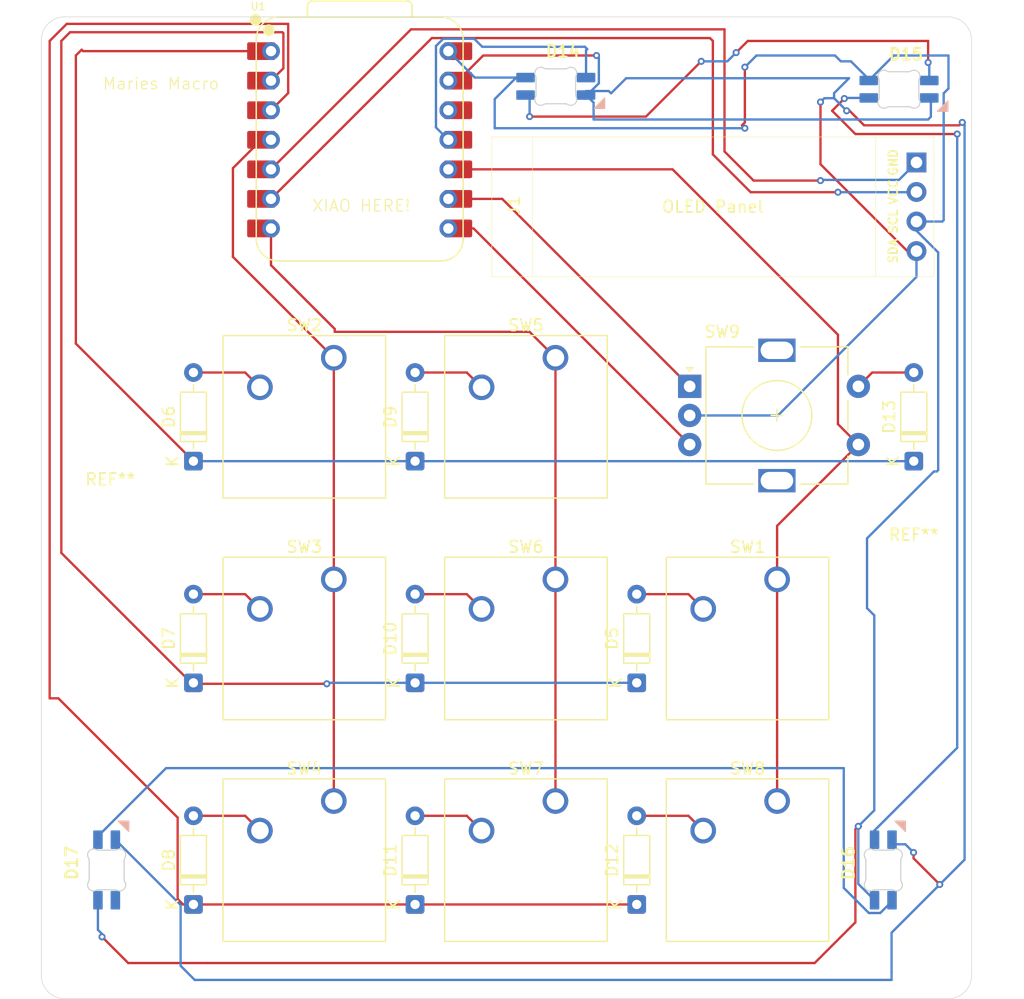
<source format=kicad_pcb>
(kicad_pcb (version 20241229) (generator "pcbnew") (generator_version "9.0")
  (layers (0 "F.Cu" signal) (2 "B.Cu" signal) (13 "F.Paste" user) (15 "B.Paste" user) (5 "F.SilkS" user "F.Silkscreen") (7 "B.SilkS" user "B.Silkscreen") (1 "F.Mask" user) (3 "B.Mask" user) (25 "Edge.Cuts" user))
  (net 0 "")
  (net 1 "+5V")
  (net 2 "LED")
  (net 3 "GND")
  (net 4 "ROW1")
  (net 5 "Net-(D5-A)")
  (net 6 "Net-(D6-A)")
  (net 7 "ROW0")
  (net 8 "Net-(D7-A)")
  (net 9 "ROW2")
  (net 10 "Net-(D8-A)")
  (net 11 "Net-(D9-A)")
  (net 12 "Net-(D10-A)")
  (net 13 "Net-(D11-A)")
  (net 14 "Net-(D12-A)")
  (net 15 "EC11S2")
  (net 16 "SCL")
  (net 17 "SDA")
  (net 18 "COL2")
  (net 19 "COL0")
  (net 20 "COL1")
  (net 21 "EC11A")
  (net 22 "EC11B")
  (net 24 "Net-(D14-DOUT)")
  (net 25 "Net-(D15-DOUT)")
  (net 26 "Net-(D16-DOUT)")
  (footprint "MountingHole:MountingHole_3.2mm_M3" (layer "F.Cu") (at 80.9625 78.58125)
    (property "Reference" "REF**" (at 0 -4.15 0) (layer "F.SilkS"))
    (property "Value" "MountingHole_3.2mm_M3")
    (pad "" np_thru_hole circle (at 0 0) (size 3.2 3.2) (drill 3.2) (layers "*.Cu" "*.Mask"))
  )
  (footprint "Diode_THT:D_DO-35_SOD27_P7.62mm_Horizontal" (layer "F.Cu") (at 150.01875 72.86625 90)
    (property "Reference" "D13" (at 3.81 -2.12 90) (layer "F.SilkS"))
    (property "Value" "D_Small")
    (fp_text user "K" (at 0 -1.8 90) (layer "F.SilkS"))
    (pad "1" thru_hole roundrect (at 0 0 90) (size 1.6 1.6) (drill 0.8) (layers "*.Cu" "*.Mask") (roundrect_rratio 0.15625) (net 7 "ROW0"))
    (pad "2" thru_hole circle (at 7.62 0 90) (size 1.6 1.6) (drill 0.8) (layers "*.Cu" "*.Mask") (net 15 "EC11S2"))
  )
  (footprint "Rotary_Encoder:RotaryEncoder_Alps_EC11E-Switch_Vertical_H20mm" (layer "F.Cu") (at 130.75625 66.4375)
    (property "Reference" "SW9" (at 2.8 -4.7 0) (layer "F.SilkS"))
    (property "Value" "RotaryEncoder_Switch")
    (pad "A" thru_hole rect (at 0 0) (size 2 2) (drill 1) (layers "*.Cu" "*.Mask") (net 21 "EC11A"))
    (pad "B" thru_hole circle (at 0 5) (size 2 2) (drill 1) (layers "*.Cu" "*.Mask") (net 22 "EC11B"))
    (pad "C" thru_hole circle (at 0 2.5) (size 2 2) (drill 1) (layers "*.Cu" "*.Mask") (net 3 "GND"))
    (pad "MP" thru_hole rect (at 7.5 -3.1) (size 3.2 2) (drill oval 2.8 1.5) (layers "*.Cu" "*.Mask"))
    (pad "MP" thru_hole rect (at 7.5 8.1) (size 3.2 2) (drill oval 2.8 1.5) (layers "*.Cu" "*.Mask"))
    (pad "S1" thru_hole circle (at 14.5 5) (size 2 2) (drill 1) (layers "*.Cu" "*.Mask") (net 18 "COL2"))
    (pad "S2" thru_hole circle (at 14.5 0) (size 2 2) (drill 1) (layers "*.Cu" "*.Mask") (net 15 "EC11S2"))
  )
  (footprint "Seeed Studio XIAO Series Library:XIAO-RP2040-DIP" (layer "F.Cu") (at 102.39375 45.24375)
    (property "Reference" "U1" (at -8.731 -11.4595 0) (layer "F.SilkS") (effects (font (size 0.635 0.635) (thickness 0.1016))))
    (property "Value" "XIAO-RP2040-DIP")
    (pad "1" smd roundrect (at -8.455 -7.62 180) (size 2.432 1.524) (layers "F.Cu" "F.Mask") (roundrect_rratio 0.1) (net 7 "ROW0"))
    (pad "1" thru_hole circle (at -7.62 -7.62 180) (size 1.524 1.524) (drill 0.889) (layers "*.Cu" "*.Mask") (net 7 "ROW0"))
    (pad "2" smd roundrect (at -8.455 -5.08 180) (size 2.432 1.524) (layers "F.Cu" "F.Mask") (roundrect_rratio 0.1) (net 4 "ROW1"))
    (pad "2" thru_hole circle (at -7.62 -5.08 180) (size 1.524 1.524) (drill 0.889) (layers "*.Cu" "*.Mask") (net 4 "ROW1"))
    (pad "3" smd roundrect (at -8.455 -2.54 180) (size 2.432 1.524) (layers "F.Cu" "F.Mask") (roundrect_rratio 0.1) (net 9 "ROW2"))
    (pad "3" thru_hole circle (at -7.62 -2.54 180) (size 1.524 1.524) (drill 0.889) (layers "*.Cu" "*.Mask") (net 9 "ROW2"))
    (pad "4" smd roundrect (at -8.455 0 180) (size 2.432 1.524) (layers "F.Cu" "F.Mask") (roundrect_rratio 0.1) (net 19 "COL0"))
    (pad "4" thru_hole circle (at -7.62 0 180) (size 1.524 1.524) (drill 0.889) (layers "*.Cu" "*.Mask") (net 19 "COL0"))
    (pad "5" smd roundrect (at -8.455 2.54 180) (size 2.432 1.524) (layers "F.Cu" "F.Mask") (roundrect_rratio 0.1) (net 17 "SDA"))
    (pad "5" thru_hole circle (at -7.62 2.54 180) (size 1.524 1.524) (drill 0.889) (layers "*.Cu" "*.Mask") (net 17 "SDA"))
    (pad "6" smd roundrect (at -8.455 5.08 180) (size 2.432 1.524) (layers "F.Cu" "F.Mask") (roundrect_rratio 0.1) (net 16 "SCL"))
    (pad "6" thru_hole circle (at -7.62 5.08 180) (size 1.524 1.524) (drill 0.889) (layers "*.Cu" "*.Mask") (net 16 "SCL"))
    (pad "7" smd roundrect (at -8.455 7.62 180) (size 2.432 1.524) (layers "F.Cu" "F.Mask") (roundrect_rratio 0.1) (net 20 "COL1"))
    (pad "7" thru_hole circle (at -7.62 7.62 180) (size 1.524 1.524) (drill 0.889) (layers "*.Cu" "*.Mask") (net 20 "COL1"))
    (pad "8" thru_hole circle (at 7.62 7.62) (size 1.524 1.524) (drill 0.889) (layers "*.Cu" "*.Mask") (net 22 "EC11B"))
    (pad "8" smd roundrect (at 8.455 7.62) (size 2.432 1.524) (layers "F.Cu" "F.Mask") (roundrect_rratio 0.1) (net 22 "EC11B"))
    (pad "9" thru_hole circle (at 7.62 5.08) (size 1.524 1.524) (drill 0.889) (layers "*.Cu" "*.Mask") (net 21 "EC11A"))
    (pad "9" smd roundrect (at 8.455 5.08) (size 2.432 1.524) (layers "F.Cu" "F.Mask") (roundrect_rratio 0.1) (net 21 "EC11A"))
    (pad "10" thru_hole circle (at 7.62 2.54) (size 1.524 1.524) (drill 0.889) (layers "*.Cu" "*.Mask") (net 18 "COL2"))
    (pad "10" smd roundrect (at 8.455 2.54) (size 2.432 1.524) (layers "F.Cu" "F.Mask") (roundrect_rratio 0.1) (net 18 "COL2"))
    (pad "11" thru_hole circle (at 7.62 0) (size 1.524 1.524) (drill 0.889) (layers "*.Cu" "*.Mask") (net 2 "LED"))
    (pad "11" smd roundrect (at 8.455 0) (size 2.432 1.524) (layers "F.Cu" "F.Mask") (roundrect_rratio 0.1) (net 2 "LED"))
    (pad "12" thru_hole circle (at 7.62 -2.54) (size 1.524 1.524) (drill 0.889) (layers "*.Cu" "*.Mask"))
    (pad "12" smd roundrect (at 8.455 -2.54) (size 2.432 1.524) (layers "F.Cu" "F.Mask") (roundrect_rratio 0.1))
    (pad "13" thru_hole circle (at 7.62 -5.08) (size 1.524 1.524) (drill 0.889) (layers "*.Cu" "*.Mask") (net 3 "GND"))
    (pad "13" smd roundrect (at 8.455 -5.08) (size 2.432 1.524) (layers "F.Cu" "F.Mask") (roundrect_rratio 0.1) (net 3 "GND"))
    (pad "14" thru_hole circle (at 7.62 -7.62) (size 1.524 1.524) (drill 0.889) (layers "*.Cu" "*.Mask") (net 1 "+5V"))
    (pad "14" smd roundrect (at 8.455 -7.62) (size 2.432 1.524) (layers "F.Cu" "F.Mask") (roundrect_rratio 0.1) (net 1 "+5V"))
  )
  (footprint "Button_Switch_Keyboard:SW_Cherry_MX_1.00u_PCB" (layer "F.Cu") (at 119.22125 102.07625)
    (property "Reference" "SW7" (at -2.54 -2.794 0) (layer "F.SilkS"))
    (property "Value" "SW_Push")
    (pad "" np_thru_hole circle (at -7.62 5.08) (size 1.7 1.7) (drill 1.7) (layers "*.Cu" "*.Mask"))
    (pad "" np_thru_hole circle (at -2.54 5.08) (size 4 4) (drill 4) (layers "*.Cu" "*.Mask"))
    (pad "" np_thru_hole circle (at 2.54 5.08) (size 1.7 1.7) (drill 1.7) (layers "*.Cu" "*.Mask"))
    (pad "1" thru_hole circle (at 0 0) (size 2.2 2.2) (drill 1.5) (layers "*.Cu" "*.Mask") (net 20 "COL1"))
    (pad "2" thru_hole circle (at -6.35 2.54) (size 2.2 2.2) (drill 1.5) (layers "*.Cu" "*.Mask") (net 13 "Net-(D11-A)"))
  )
  (footprint "Hackpad:SK6812MINI-E_fixed" (layer "F.Cu") (at 80.75 108 90)
    (property "Reference" "D17" (at 0.6 -3.1 90) (layer "F.SilkS") (effects (font (thickness 0.2) (bold yes))))
    (property "Value" "SK6812MINI-E")
    (fp_line (start -0.794451 -1.602841) (end 0.794454 -1.602841) (stroke (width 0.1)) (layer "Edge.Cuts"))
    (fp_line (start 1.7 -0.805684) (end 1.7 0.6) (stroke (width 0.1)) (layer "Edge.Cuts"))
    (fp_line (start -1.699998 0.6) (end -1.699998 -0.805684) (stroke (width 0.1)) (layer "Edge.Cuts"))
    (fp_line (start 0.794453 1.397158) (end -0.794451 1.397158) (stroke (width 0.1)) (layer "Edge.Cuts"))
    (fp_arc (start 1.046712 -1.67114) (mid 0.925124 -1.620218) (end 0.794454 -1.602841) (stroke (width 0.1)) (layer "Edge.Cuts"))
    (fp_arc (start 1.046712 -1.67114) (mid 1.638072 -1.606876) (end 1.749485 -1.022562) (stroke (width 0.1)) (layer "Edge.Cuts"))
    (fp_arc (start -0.794452 -1.602842) (mid -0.925122 -1.620219) (end -1.04671 -1.671141) (stroke (width 0.1)) (layer "Edge.Cuts"))
    (fp_arc (start -1.749483 -1.022562) (mid -1.63807 -1.606877) (end -1.04671 -1.671141) (stroke (width 0.1)) (layer "Edge.Cuts"))
    (fp_arc (start -1.749483 -1.022562) (mid -1.712526 -0.91691) (end -1.699998 -0.805684) (stroke (width 0.1)) (layer "Edge.Cuts"))
    (fp_arc (start 1.7 -0.805685) (mid 1.712528 -0.91691) (end 1.749485 -1.022562) (stroke (width 0.1)) (layer "Edge.Cuts"))
    (fp_arc (start -1.699998 0.600001) (mid -1.712526 0.711226) (end -1.749483 0.816878) (stroke (width 0.1)) (layer "Edge.Cuts"))
    (fp_arc (start 1.749485 0.816877) (mid 1.638073 1.401193) (end 1.046712 1.465457) (stroke (width 0.1)) (layer "Edge.Cuts"))
    (fp_arc (start 1.749485 0.816878) (mid 1.712528 0.711226) (end 1.7 0.6) (stroke (width 0.1)) (layer "Edge.Cuts"))
    (fp_arc (start 0.794453 1.397158) (mid 0.925124 1.414535) (end 1.046712 1.465457) (stroke (width 0.1)) (layer "Edge.Cuts"))
    (fp_arc (start -1.04671 1.465455) (mid -1.638069 1.401192) (end -1.749483 0.816878) (stroke (width 0.1)) (layer "Edge.Cuts"))
    (fp_arc (start -1.046709 1.465457) (mid -0.925121 1.414535) (end -0.794451 1.397158) (stroke (width 0.1)) (layer "Edge.Cuts"))
    (pad "1" smd roundrect (at -2.599999 -0.852842) (size 0.82 1.6) (layers "B.Cu" "B.Mask" "B.Paste") (roundrect_rratio 0.1) (net 1 "+5V"))
    (pad "2" smd roundrect (at -2.599999 0.647158) (size 0.82 1.6) (layers "B.Cu" "B.Mask" "B.Paste") (roundrect_rratio 0.1))
    (pad "3" smd roundrect (at 2.600001 0.647158) (size 0.82 1.6) (layers "B.Cu" "B.Mask" "B.Paste") (roundrect_rratio 0.1) (net 3 "GND"))
    (pad "4" smd roundrect (at 2.600001 -0.852842) (size 0.82 1.6) (layers "B.Cu" "B.Mask" "B.Paste") (roundrect_rratio 0.1) (net 26 "Net-(D16-DOUT)"))
  )
  (footprint "Hackpad:SK6812MINI-E_fixed" (layer "F.Cu") (at 119.25 40.75)
    (property "Reference" "D14" (at 0.6 -3.1 0) (layer "F.SilkS") (effects (font (thickness 0.2) (bold yes))))
    (property "Value" "SK6812MINI-E")
    (fp_line (start -1.699998 0.6) (end -1.699998 -0.805684) (stroke (width 0.1)) (layer "Edge.Cuts"))
    (fp_line (start -0.794451 -1.602841) (end 0.794454 -1.602841) (stroke (width 0.1)) (layer "Edge.Cuts"))
    (fp_line (start 0.794453 1.397158) (end -0.794451 1.397158) (stroke (width 0.1)) (layer "Edge.Cuts"))
    (fp_line (start 1.7 -0.805684) (end 1.7 0.6) (stroke (width 0.1)) (layer "Edge.Cuts"))
    (fp_arc (start -1.749483 -1.022562) (mid -1.712526 -0.91691) (end -1.699998 -0.805684) (stroke (width 0.1)) (layer "Edge.Cuts"))
    (fp_arc (start -1.749483 -1.022562) (mid -1.63807 -1.606877) (end -1.04671 -1.671141) (stroke (width 0.1)) (layer "Edge.Cuts"))
    (fp_arc (start -1.699998 0.600001) (mid -1.712526 0.711226) (end -1.749483 0.816878) (stroke (width 0.1)) (layer "Edge.Cuts"))
    (fp_arc (start -1.04671 1.465455) (mid -1.638069 1.401192) (end -1.749483 0.816878) (stroke (width 0.1)) (layer "Edge.Cuts"))
    (fp_arc (start -1.046709 1.465457) (mid -0.925121 1.414535) (end -0.794451 1.397158) (stroke (width 0.1)) (layer "Edge.Cuts"))
    (fp_arc (start -0.794452 -1.602842) (mid -0.925122 -1.620219) (end -1.04671 -1.671141) (stroke (width 0.1)) (layer "Edge.Cuts"))
    (fp_arc (start 0.794453 1.397158) (mid 0.925124 1.414535) (end 1.046712 1.465457) (stroke (width 0.1)) (layer "Edge.Cuts"))
    (fp_arc (start 1.046712 -1.67114) (mid 0.925124 -1.620218) (end 0.794454 -1.602841) (stroke (width 0.1)) (layer "Edge.Cuts"))
    (fp_arc (start 1.046712 -1.67114) (mid 1.638072 -1.606876) (end 1.749485 -1.022562) (stroke (width 0.1)) (layer "Edge.Cuts"))
    (fp_arc (start 1.7 -0.805685) (mid 1.712528 -0.91691) (end 1.749485 -1.022562) (stroke (width 0.1)) (layer "Edge.Cuts"))
    (fp_arc (start 1.749485 0.816877) (mid 1.638073 1.401193) (end 1.046712 1.465457) (stroke (width 0.1)) (layer "Edge.Cuts"))
    (fp_arc (start 1.749485 0.816878) (mid 1.712528 0.711226) (end 1.7 0.6) (stroke (width 0.1)) (layer "Edge.Cuts"))
    (pad "1" smd roundrect (at -2.599999 -0.852842 270) (size 0.82 1.6) (layers "B.Cu" "B.Mask" "B.Paste") (roundrect_rratio 0.1) (net 1 "+5V"))
    (pad "2" smd roundrect (at -2.599999 0.647158 270) (size 0.82 1.6) (layers "B.Cu" "B.Mask" "B.Paste") (roundrect_rratio 0.1) (net 24 "Net-(D14-DOUT)"))
    (pad "3" smd roundrect (at 2.600001 0.647158 270) (size 0.82 1.6) (layers "B.Cu" "B.Mask" "B.Paste") (roundrect_rratio 0.1) (net 3 "GND"))
    (pad "4" smd roundrect (at 2.600001 -0.852842 270) (size 0.82 1.6) (layers "B.Cu" "B.Mask" "B.Paste") (roundrect_rratio 0.1) (net 2 "LED"))
  )
  (footprint "Diode_THT:D_DO-35_SOD27_P7.62mm_Horizontal" (layer "F.Cu") (at 88.10625 91.91625 90)
    (property "Reference" "D7" (at 3.81 -2.12 90) (layer "F.SilkS"))
    (property "Value" "D_Small")
    (fp_text user "K" (at 0 -1.8 90) (layer "F.SilkS"))
    (pad "1" thru_hole roundrect (at 0 0 90) (size 1.6 1.6) (drill 0.8) (layers "*.Cu" "*.Mask") (roundrect_rratio 0.15625) (net 4 "ROW1"))
    (pad "2" thru_hole circle (at 7.62 0 90) (size 1.6 1.6) (drill 0.8) (layers "*.Cu" "*.Mask") (net 8 "Net-(D7-A)"))
  )
  (footprint "oled:SSD1306-0.91-OLED-4pin-128x32" (layer "F.Cu") (at 113.75 45)
    (property "Reference" "J1" (at 1.9 5.91 90) (layer "F.SilkS"))
    (property "Value" "OLED")
    (fp_text user "SCL" (at 34.5 7.27 270) (layer "F.SilkS") (effects (font (size 0.75 0.75))))
    (fp_text user "OLED Panel" (at 19 6 0) (layer "F.SilkS"))
    (fp_text user "GND" (at 34.5 2.19 270) (layer "F.SilkS") (effects (font (size 0.75 0.75))))
    (fp_text user "VCC" (at 34.5 4.73 270) (layer "F.SilkS") (effects (font (size 0.75 0.75))))
    (fp_text user "SDA" (at 34.5 9.81 270) (layer "F.SilkS") (effects (font (size 0.75 0.75))))
    (pad "1" thru_hole rect (at 36.5 2.19) (size 1.7 1.7) (drill 1) (layers "*.Cu" "*.Mask") (net 17 "SDA"))
    (pad "2" thru_hole oval (at 36.5 4.73) (size 1.7 1.7) (drill 1) (layers "*.Cu" "*.Mask") (net 16 "SCL"))
    (pad "3" thru_hole oval (at 36.5 7.27) (size 1.7 1.7) (drill 1) (layers "*.Cu" "*.Mask") (net 1 "+5V"))
    (pad "4" thru_hole oval (at 36.5 9.81) (size 1.7 1.7) (drill 1) (layers "*.Cu" "*.Mask") (net 3 "GND"))
  )
  (footprint "Button_Switch_Keyboard:SW_Cherry_MX_1.00u_PCB" (layer "F.Cu") (at 100.17125 83.02625)
    (property "Reference" "SW3" (at -2.54 -2.794 0) (layer "F.SilkS"))
    (property "Value" "SW_Push")
    (pad "" np_thru_hole circle (at -7.62 5.08) (size 1.7 1.7) (drill 1.7) (layers "*.Cu" "*.Mask"))
    (pad "" np_thru_hole circle (at -2.54 5.08) (size 4 4) (drill 4) (layers "*.Cu" "*.Mask"))
    (pad "" np_thru_hole circle (at 2.54 5.08) (size 1.7 1.7) (drill 1.7) (layers "*.Cu" "*.Mask"))
    (pad "1" thru_hole circle (at 0 0) (size 2.2 2.2) (drill 1.5) (layers "*.Cu" "*.Mask") (net 19 "COL0"))
    (pad "2" thru_hole circle (at -6.35 2.54) (size 2.2 2.2) (drill 1.5) (layers "*.Cu" "*.Mask") (net 8 "Net-(D7-A)"))
  )
  (footprint "Button_Switch_Keyboard:SW_Cherry_MX_1.00u_PCB" (layer "F.Cu") (at 100.17125 63.97625)
    (property "Reference" "SW2" (at -2.54 -2.794 0) (layer "F.SilkS"))
    (property "Value" "SW_Push")
    (pad "" np_thru_hole circle (at -7.62 5.08) (size 1.7 1.7) (drill 1.7) (layers "*.Cu" "*.Mask"))
    (pad "" np_thru_hole circle (at -2.54 5.08) (size 4 4) (drill 4) (layers "*.Cu" "*.Mask"))
    (pad "" np_thru_hole circle (at 2.54 5.08) (size 1.7 1.7) (drill 1.7) (layers "*.Cu" "*.Mask"))
    (pad "1" thru_hole circle (at 0 0) (size 2.2 2.2) (drill 1.5) (layers "*.Cu" "*.Mask") (net 19 "COL0"))
    (pad "2" thru_hole circle (at -6.35 2.54) (size 2.2 2.2) (drill 1.5) (layers "*.Cu" "*.Mask") (net 6 "Net-(D6-A)"))
  )
  (footprint "Button_Switch_Keyboard:SW_Cherry_MX_1.00u_PCB" (layer "F.Cu") (at 138.27125 102.07625)
    (property "Reference" "SW8" (at -2.54 -2.794 0) (layer "F.SilkS"))
    (property "Value" "SW_Push")
    (pad "" np_thru_hole circle (at -7.62 5.08) (size 1.7 1.7) (drill 1.7) (layers "*.Cu" "*.Mask"))
    (pad "" np_thru_hole circle (at -2.54 5.08) (size 4 4) (drill 4) (layers "*.Cu" "*.Mask"))
    (pad "" np_thru_hole circle (at 2.54 5.08) (size 1.7 1.7) (drill 1.7) (layers "*.Cu" "*.Mask"))
    (pad "1" thru_hole circle (at 0 0) (size 2.2 2.2) (drill 1.5) (layers "*.Cu" "*.Mask") (net 18 "COL2"))
    (pad "2" thru_hole circle (at -6.35 2.54) (size 2.2 2.2) (drill 1.5) (layers "*.Cu" "*.Mask") (net 14 "Net-(D12-A)"))
  )
  (footprint "Diode_THT:D_DO-35_SOD27_P7.62mm_Horizontal" (layer "F.Cu") (at 107.15625 72.86625 90)
    (property "Reference" "D9" (at 3.81 -2.12 90) (layer "F.SilkS"))
    (property "Value" "D_Small")
    (fp_text user "K" (at 0 -1.8 90) (layer "F.SilkS"))
    (pad "1" thru_hole roundrect (at 0 0 90) (size 1.6 1.6) (drill 0.8) (layers "*.Cu" "*.Mask") (roundrect_rratio 0.15625) (net 7 "ROW0"))
    (pad "2" thru_hole circle (at 7.62 0 90) (size 1.6 1.6) (drill 0.8) (layers "*.Cu" "*.Mask") (net 11 "Net-(D9-A)"))
  )
  (footprint "Diode_THT:D_DO-35_SOD27_P7.62mm_Horizontal" (layer "F.Cu") (at 88.10625 110.96625 90)
    (property "Reference" "D8" (at 3.81 -2.12 90) (layer "F.SilkS"))
    (property "Value" "D_Small")
    (fp_text user "K" (at 0 -1.8 90) (layer "F.SilkS"))
    (pad "1" thru_hole roundrect (at 0 0 90) (size 1.6 1.6) (drill 0.8) (layers "*.Cu" "*.Mask") (roundrect_rratio 0.15625) (net 9 "ROW2"))
    (pad "2" thru_hole circle (at 7.62 0 90) (size 1.6 1.6) (drill 0.8) (layers "*.Cu" "*.Mask") (net 10 "Net-(D8-A)"))
  )
  (footprint "Diode_THT:D_DO-35_SOD27_P7.62mm_Horizontal" (layer "F.Cu") (at 107.15625 110.96625 90)
    (property "Reference" "D11" (at 3.81 -2.12 90) (layer "F.SilkS"))
    (property "Value" "D_Small")
    (fp_text user "K" (at 0 -1.8 90) (layer "F.SilkS"))
    (pad "1" thru_hole roundrect (at 0 0 90) (size 1.6 1.6) (drill 0.8) (layers "*.Cu" "*.Mask") (roundrect_rratio 0.15625) (net 9 "ROW2"))
    (pad "2" thru_hole circle (at 7.62 0 90) (size 1.6 1.6) (drill 0.8) (layers "*.Cu" "*.Mask") (net 13 "Net-(D11-A)"))
  )
  (footprint "Diode_THT:D_DO-35_SOD27_P7.62mm_Horizontal" (layer "F.Cu") (at 88.10625 72.86625 90)
    (property "Reference" "D6" (at 3.81 -2.12 90) (layer "F.SilkS"))
    (property "Value" "D_Small")
    (fp_text user "K" (at 0 -1.8 90) (layer "F.SilkS"))
    (pad "1" thru_hole roundrect (at 0 0 90) (size 1.6 1.6) (drill 0.8) (layers "*.Cu" "*.Mask") (roundrect_rratio 0.15625) (net 7 "ROW0"))
    (pad "2" thru_hole circle (at 7.62 0 90) (size 1.6 1.6) (drill 0.8) (layers "*.Cu" "*.Mask") (net 6 "Net-(D6-A)"))
  )
  (footprint "Button_Switch_Keyboard:SW_Cherry_MX_1.00u_PCB" (layer "F.Cu") (at 100.17125 102.07625)
    (property "Reference" "SW4" (at -2.54 -2.794 0) (layer "F.SilkS"))
    (property "Value" "SW_Push")
    (pad "" np_thru_hole circle (at -7.62 5.08) (size 1.7 1.7) (drill 1.7) (layers "*.Cu" "*.Mask"))
    (pad "" np_thru_hole circle (at -2.54 5.08) (size 4 4) (drill 4) (layers "*.Cu" "*.Mask"))
    (pad "" np_thru_hole circle (at 2.54 5.08) (size 1.7 1.7) (drill 1.7) (layers "*.Cu" "*.Mask"))
    (pad "1" thru_hole circle (at 0 0) (size 2.2 2.2) (drill 1.5) (layers "*.Cu" "*.Mask") (net 19 "COL0"))
    (pad "2" thru_hole circle (at -6.35 2.54) (size 2.2 2.2) (drill 1.5) (layers "*.Cu" "*.Mask") (net 10 "Net-(D8-A)"))
  )
  (footprint "Hackpad:SK6812MINI-E_fixed" (layer "F.Cu") (at 147.5 108 90)
    (property "Reference" "D16" (at 0.6 -3.1 90) (layer "F.SilkS") (effects (font (thickness 0.2) (bold yes))))
    (property "Value" "SK6812MINI-E")
    (fp_line (start -0.794451 -1.602841) (end 0.794454 -1.602841) (stroke (width 0.1)) (layer "Edge.Cuts"))
    (fp_line (start 1.7 -0.805684) (end 1.7 0.6) (stroke (width 0.1)) (layer "Edge.Cuts"))
    (fp_line (start -1.699998 0.6) (end -1.699998 -0.805684) (stroke (width 0.1)) (layer "Edge.Cuts"))
    (fp_line (start 0.794453 1.397158) (end -0.794451 1.397158) (stroke (width 0.1)) (layer "Edge.Cuts"))
    (fp_arc (start 1.046712 -1.67114) (mid 0.925124 -1.620218) (end 0.794454 -1.602841) (stroke (width 0.1)) (layer "Edge.Cuts"))
    (fp_arc (start 1.046712 -1.67114) (mid 1.638072 -1.606876) (end 1.749485 -1.022562) (stroke (width 0.1)) (layer "Edge.Cuts"))
    (fp_arc (start -0.794452 -1.602842) (mid -0.925122 -1.620219) (end -1.04671 -1.671141) (stroke (width 0.1)) (layer "Edge.Cuts"))
    (fp_arc (start -1.749483 -1.022562) (mid -1.63807 -1.606877) (end -1.04671 -1.671141) (stroke (width 0.1)) (layer "Edge.Cuts"))
    (fp_arc (start -1.749483 -1.022562) (mid -1.712526 -0.91691) (end -1.699998 -0.805684) (stroke (width 0.1)) (layer "Edge.Cuts"))
    (fp_arc (start 1.7 -0.805685) (mid 1.712528 -0.91691) (end 1.749485 -1.022562) (stroke (width 0.1)) (layer "Edge.Cuts"))
    (fp_arc (start -1.699998 0.600001) (mid -1.712526 0.711226) (end -1.749483 0.816878) (stroke (width 0.1)) (layer "Edge.Cuts"))
    (fp_arc (start 1.749485 0.816877) (mid 1.638073 1.401193) (end 1.046712 1.465457) (stroke (width 0.1)) (layer "Edge.Cuts"))
    (fp_arc (start 1.749485 0.816878) (mid 1.712528 0.711226) (end 1.7 0.6) (stroke (width 0.1)) (layer "Edge.Cuts"))
    (fp_arc (start 0.794453 1.397158) (mid 0.925124 1.414535) (end 1.046712 1.465457) (stroke (width 0.1)) (layer "Edge.Cuts"))
    (fp_arc (start -1.04671 1.465455) (mid -1.638069 1.401192) (end -1.749483 0.816878) (stroke (width 0.1)) (layer "Edge.Cuts"))
    (fp_arc (start -1.046709 1.465457) (mid -0.925121 1.414535) (end -0.794451 1.397158) (stroke (width 0.1)) (layer "Edge.Cuts"))
    (pad "1" smd roundrect (at -2.599999 -0.852842) (size 0.82 1.6) (layers "B.Cu" "B.Mask" "B.Paste") (roundrect_rratio 0.1) (net 1 "+5V"))
    (pad "2" smd roundrect (at -2.599999 0.647158) (size 0.82 1.6) (layers "B.Cu" "B.Mask" "B.Paste") (roundrect_rratio 0.1) (net 26 "Net-(D16-DOUT)"))
    (pad "3" smd roundrect (at 2.600001 0.647158) (size 0.82 1.6) (layers "B.Cu" "B.Mask" "B.Paste") (roundrect_rratio 0.1) (net 3 "GND"))
    (pad "4" smd roundrect (at 2.600001 -0.852842) (size 0.82 1.6) (layers "B.Cu" "B.Mask" "B.Paste") (roundrect_rratio 0.1) (net 25 "Net-(D15-DOUT)"))
  )
  (footprint "MountingHole:MountingHole_3.2mm_M3" (layer "F.Cu") (at 150.01875 83.34375)
    (property "Reference" "REF**" (at 0 -4.15 0) (layer "F.SilkS"))
    (property "Value" "MountingHole_3.2mm_M3")
    (pad "" np_thru_hole circle (at 0 0) (size 3.2 3.2) (drill 3.2) (layers "*.Cu" "*.Mask"))
  )
  (footprint "Button_Switch_Keyboard:SW_Cherry_MX_1.00u_PCB" (layer "F.Cu") (at 119.22125 63.97625)
    (property "Reference" "SW5" (at -2.54 -2.794 0) (layer "F.SilkS"))
    (property "Value" "SW_Push")
    (pad "" np_thru_hole circle (at -7.62 5.08) (size 1.7 1.7) (drill 1.7) (layers "*.Cu" "*.Mask"))
    (pad "" np_thru_hole circle (at -2.54 5.08) (size 4 4) (drill 4) (layers "*.Cu" "*.Mask"))
    (pad "" np_thru_hole circle (at 2.54 5.08) (size 1.7 1.7) (drill 1.7) (layers "*.Cu" "*.Mask"))
    (pad "1" thru_hole circle (at 0 0) (size 2.2 2.2) (drill 1.5) (layers "*.Cu" "*.Mask") (net 20 "COL1"))
    (pad "2" thru_hole circle (at -6.35 2.54) (size 2.2 2.2) (drill 1.5) (layers "*.Cu" "*.Mask") (net 11 "Net-(D9-A)"))
  )
  (footprint "Diode_THT:D_DO-35_SOD27_P7.62mm_Horizontal" (layer "F.Cu") (at 107.15625 91.91625 90)
    (property "Reference" "D10" (at 3.81 -2.12 90) (layer "F.SilkS"))
    (property "Value" "D_Small")
    (fp_text user "K" (at 0 -1.8 90) (layer "F.SilkS"))
    (pad "1" thru_hole roundrect (at 0 0 90) (size 1.6 1.6) (drill 0.8) (layers "*.Cu" "*.Mask") (roundrect_rratio 0.15625) (net 4 "ROW1"))
    (pad "2" thru_hole circle (at 7.62 0 90) (size 1.6 1.6) (drill 0.8) (layers "*.Cu" "*.Mask") (net 12 "Net-(D10-A)"))
  )
  (footprint "Button_Switch_Keyboard:SW_Cherry_MX_1.00u_PCB" (layer "F.Cu") (at 138.27125 83.02625)
    (property "Reference" "SW1" (at -2.54 -2.794 0) (layer "F.SilkS"))
    (property "Value" "SW_Push")
    (pad "" np_thru_hole circle (at -7.62 5.08) (size 1.7 1.7) (drill 1.7) (layers "*.Cu" "*.Mask"))
    (pad "" np_thru_hole circle (at -2.54 5.08) (size 4 4) (drill 4) (layers "*.Cu" "*.Mask"))
    (pad "" np_thru_hole circle (at 2.54 5.08) (size 1.7 1.7) (drill 1.7) (layers "*.Cu" "*.Mask"))
    (pad "1" thru_hole circle (at 0 0) (size 2.2 2.2) (drill 1.5) (layers "*.Cu" "*.Mask") (net 18 "COL2"))
    (pad "2" thru_hole circle (at -6.35 2.54) (size 2.2 2.2) (drill 1.5) (layers "*.Cu" "*.Mask") (net 5 "Net-(D5-A)"))
  )
  (footprint "Diode_THT:D_DO-35_SOD27_P7.62mm_Horizontal" (layer "F.Cu") (at 126.20625 110.96625 90)
    (property "Reference" "D12" (at 3.81 -2.12 90) (layer "F.SilkS"))
    (property "Value" "D_Small")
    (fp_text user "K" (at 0 -1.8 90) (layer "F.SilkS"))
    (pad "1" thru_hole roundrect (at 0 0 90) (size 1.6 1.6) (drill 0.8) (layers "*.Cu" "*.Mask") (roundrect_rratio 0.15625) (net 9 "ROW2"))
    (pad "2" thru_hole circle (at 7.62 0 90) (size 1.6 1.6) (drill 0.8) (layers "*.Cu" "*.Mask") (net 14 "Net-(D12-A)"))
  )
  (footprint "Diode_THT:D_DO-35_SOD27_P7.62mm_Horizontal" (layer "F.Cu") (at 126.20625 91.91625 90)
    (property "Reference" "D5" (at 3.81 -2.12 90) (layer "F.SilkS"))
    (property "Value" "D_Small")
    (fp_text user "K" (at 0 -1.8 90) (layer "F.SilkS"))
    (pad "1" thru_hole roundrect (at 0 0 90) (size 1.6 1.6) (drill 0.8) (layers "*.Cu" "*.Mask") (roundrect_rratio 0.15625) (net 4 "ROW1"))
    (pad "2" thru_hole circle (at 7.62 0 90) (size 1.6 1.6) (drill 0.8) (layers "*.Cu" "*.Mask") (net 5 "Net-(D5-A)"))
  )
  (footprint "Button_Switch_Keyboard:SW_Cherry_MX_1.00u_PCB" (layer "F.Cu") (at 119.22125 83.02625)
    (property "Reference" "SW6" (at -2.54 -2.794 0) (layer "F.SilkS"))
    (property "Value" "SW_Push")
    (pad "" np_thru_hole circle (at -7.62 5.08) (size 1.7 1.7) (drill 1.7) (layers "*.Cu" "*.Mask"))
    (pad "" np_thru_hole circle (at -2.54 5.08) (size 4 4) (drill 4) (layers "*.Cu" "*.Mask"))
    (pad "" np_thru_hole circle (at 2.54 5.08) (size 1.7 1.7) (drill 1.7) (layers "*.Cu" "*.Mask"))
    (pad "1" thru_hole circle (at 0 0) (size 2.2 2.2) (drill 1.5) (layers "*.Cu" "*.Mask") (net 20 "COL1"))
    (pad "2" thru_hole circle (at -6.35 2.54) (size 2.2 2.2) (drill 1.5) (layers "*.Cu" "*.Mask") (net 12 "Net-(D10-A)"))
  )
  (footprint "Hackpad:SK6812MINI-E_fixed" (layer "F.Cu") (at 148.75 41)
    (property "Reference" "D15" (at 0.6 -3.1 0) (layer "F.SilkS") (effects (font (thickness 0.2) (bold yes))))
    (property "Value" "SK6812MINI-E")
    (fp_line (start -1.699998 0.6) (end -1.699998 -0.805684) (stroke (width 0.1)) (layer "Edge.Cuts"))
    (fp_line (start -0.794451 -1.602841) (end 0.794454 -1.602841) (stroke (width 0.1)) (layer "Edge.Cuts"))
    (fp_line (start 0.794453 1.397158) (end -0.794451 1.397158) (stroke (width 0.1)) (layer "Edge.Cuts"))
    (fp_line (start 1.7 -0.805684) (end 1.7 0.6) (stroke (width 0.1)) (layer "Edge.Cuts"))
    (fp_arc (start -1.749483 -1.022562) (mid -1.712526 -0.91691) (end -1.699998 -0.805684) (stroke (width 0.1)) (layer "Edge.Cuts"))
    (fp_arc (start -1.749483 -1.022562) (mid -1.63807 -1.606877) (end -1.04671 -1.671141) (stroke (width 0.1)) (layer "Edge.Cuts"))
    (fp_arc (start -1.699998 0.600001) (mid -1.712526 0.711226) (end -1.749483 0.816878) (stroke (width 0.1)) (layer "Edge.Cuts"))
    (fp_arc (start -1.04671 1.465455) (mid -1.638069 1.401192) (end -1.749483 0.816878) (stroke (width 0.1)) (layer "Edge.Cuts"))
    (fp_arc (start -1.046709 1.465457) (mid -0.925121 1.414535) (end -0.794451 1.397158) (stroke (width 0.1)) (layer "Edge.Cuts"))
    (fp_arc (start -0.794452 -1.602842) (mid -0.925122 -1.620219) (end -1.04671 -1.671141) (stroke (width 0.1)) (layer "Edge.Cuts"))
    (fp_arc (start 0.794453 1.397158) (mid 0.925124 1.414535) (end 1.046712 1.465457) (stroke (width 0.1)) (layer "Edge.Cuts"))
    (fp_arc (start 1.046712 -1.67114) (mid 0.925124 -1.620218) (end 0.794454 -1.602841) (stroke (width 0.1)) (layer "Edge.Cuts"))
    (fp_arc (start 1.046712 -1.67114) (mid 1.638072 -1.606876) (end 1.749485 -1.022562) (stroke (width 0.1)) (layer "Edge.Cuts"))
    (fp_arc (start 1.7 -0.805685) (mid 1.712528 -0.91691) (end 1.749485 -1.022562) (stroke (width 0.1)) (layer "Edge.Cuts"))
    (fp_arc (start 1.749485 0.816877) (mid 1.638073 1.401193) (end 1.046712 1.465457) (stroke (width 0.1)) (layer "Edge.Cuts"))
    (fp_arc (start 1.749485 0.816878) (mid 1.712528 0.711226) (end 1.7 0.6) (stroke (width 0.1)) (layer "Edge.Cuts"))
    (pad "1" smd roundrect (at -2.599999 -0.852842 270) (size 0.82 1.6) (layers "B.Cu" "B.Mask" "B.Paste") (roundrect_rratio 0.1) (net 1 "+5V"))
    (pad "2" smd roundrect (at -2.599999 0.647158 270) (size 0.82 1.6) (layers "B.Cu" "B.Mask" "B.Paste") (roundrect_rratio 0.1) (net 25 "Net-(D15-DOUT)"))
    (pad "3" smd roundrect (at 2.600001 0.647158 270) (size 0.82 1.6) (layers "B.Cu" "B.Mask" "B.Paste") (roundrect_rratio 0.1) (net 3 "GND"))
    (pad "4" smd roundrect (at 2.600001 -0.852842 270) (size 0.82 1.6) (layers "B.Cu" "B.Mask" "B.Paste") (roundrect_rratio 0.1) (net 24 "Net-(D14-DOUT)"))
  )
  (gr_line (start 75.033107 117.0625) (end 75.033107 36.680186) (stroke (width 0.05)) (layer "Edge.Cuts"))
  (gr_line (start 77.033107 34.680186) (end 152.984607 34.680186) (stroke (width 0.05)) (layer "Edge.Cuts"))
  (gr_line (start 154.984607 36.680186) (end 154.984607 117.0625) (stroke (width 0.05)) (layer "Edge.Cuts"))
  (gr_arc (start 154.984607 117.0625) (mid 154.398821 118.476714) (end 152.984607 119.0625) (stroke (width 0.05)) (layer "Edge.Cuts"))
  (gr_line (start 152.984607 119.0625) (end 77.033107 119.0625) (stroke (width 0.05)) (layer "Edge.Cuts"))
  (gr_arc (start 152.984607 34.680186) (mid 154.398821 35.265972) (end 154.984607 36.680186) (stroke (width 0.05)) (layer "Edge.Cuts"))
  (gr_arc (start 77.033107 119.0625) (mid 75.618893 118.476714) (end 75.033107 117.0625) (stroke (width 0.05)) (layer "Edge.Cuts"))
  (gr_arc (start 75.033107 36.680186) (mid 75.618899 35.265984) (end 77.033107 34.680186) (stroke (width 0.05)) (layer "Edge.Cuts"))
  (gr_text "Maries Macro" (at 80.25 41 0) (layer "F.SilkS") (effects (font (size 1 1) (thickness 0.1)) (justify left bottom)))
  (gr_text "XIAO HERE!" (at 98.25 51.5 0) (layer "F.SilkS") (effects (font (size 1 1) (thickness 0.1)) (justify left bottom)))
  (segment (start 89.25 116) (end 141.5 116) (width 0.2) (layer "F.Cu") (net 1))
  (segment (start 141.5 116) (end 145 112.5) (width 0.2) (layer "F.Cu") (net 1))
  (segment (start 135.5 43.75) (end 135.25 44) (width 0.2) (layer "F.Cu") (net 1))
  (segment (start 135.25 44) (end 135.5 44.25) (width 0.2) (layer "F.Cu") (net 1))
  (segment (start 135.5 39) (end 135.5 43.75) (width 0.2) (layer "F.Cu") (net 1))
  (segment (start 145 104.5) (end 145.25 104.25) (width 0.2) (layer "F.Cu") (net 1))
  (segment (start 89.25 116) (end 82.5 116) (width 0.2) (layer "F.Cu") (net 1))
  (segment (start 111.09138 37.62375) (end 110.01375 37.62375) (width 0.2) (layer "F.Cu") (net 1))
  (segment (start 82.5 116) (end 80.25 113.75) (width 0.2) (layer "F.Cu") (net 1))
  (segment (start 145 112.5) (end 145 104.5) (width 0.2) (layer "F.Cu") (net 1))
  (via (at 145.25 104.25) (size 0.6) (drill 0.3) (layers "F.Cu" "B.Cu") (net 1))
  (via (at 135.5 44.25) (size 0.6) (drill 0.3) (layers "F.Cu" "B.Cu") (net 1))
  (via (at 80.25 113.75) (size 0.6) (drill 0.3) (layers "F.Cu" "B.Cu") (net 1))
  (via (at 135.5 39) (size 0.6) (drill 0.3) (layers "F.Cu" "B.Cu") (net 1))
  (segment (start 153 40.838785) (end 153 38) (width 0.2) (layer "B.Cu") (net 1))
  (segment (start 115.850001 39.897158) (end 116.650001 39.897158) (width 0.2) (layer "B.Cu") (net 1))
  (segment (start 80.25 113.5) (end 79.897158 113.147158) (width 0.2) (layer "B.Cu") (net 1))
  (segment (start 146.622643 86.122643) (end 146.622643 102.877357) (width 0.2) (layer "B.Cu") (net 1))
  (segment (start 112.287158 39.897158) (end 110.01375 37.62375) (width 0.2) (layer "B.Cu") (net 1))
  (segment (start 150.25 53.0575) (end 150.25 52.27) (width 0.2) (layer "B.Cu") (net 1))
  (segment (start 146.622643 102.877357) (end 145.25 104.25) (width 0.2) (layer "B.Cu") (net 1))
  (segment (start 146 79.5) (end 151.75 73.75) (width 0.2) (layer "B.Cu") (net 1))
  (segment (start 152.588785 41.25) (end 152.588785 52.148715) (width 0.2) (layer "B.Cu") (net 1))
  (segment (start 80.25 113.75) (end 80.25 113.5) (width 0.2) (layer "B.Cu") (net 1))
  (segment (start 146.622643 86.122643) (end 146 85.5) (width 0.2) (layer "B.Cu") (net 1))
  (segment (start 136.5 38) (end 135.5 39) (width 0.2) (layer "B.Cu") (net 1))
  (segment (start 144.618318 38.5) (end 143.75 38.5) (width 0.2) (layer "B.Cu") (net 1))
  (segment (start 152.588785 52.148715) (end 152.4675 52.27) (width 0.2) (layer "B.Cu") (net 1))
  (segment (start 148.297159 38) (end 146.150001 40.147158) (width 0.2) (layer "B.Cu") (net 1))
  (segment (start 152.116 73.634) (end 152.116 54.9235) (width 0.2) (layer "B.Cu") (net 1))
  (segment (start 152.116 54.9235) (end 150.25 53.0575) (width 0.2) (layer "B.Cu") (net 1))
  (segment (start 153 38) (end 148.297159 38) (width 0.2) (layer "B.Cu") (net 1))
  (segment (start 143.75 38.5) (end 143.25 38) (width 0.2) (layer "B.Cu") (net 1))
  (segment (start 145.25 109.202841) (end 145.25 104.25) (width 0.2) (layer "B.Cu") (net 1))
  (segment (start 135.5 44.25) (end 114 44.25) (width 0.2) (layer "B.Cu") (net 1))
  (segment (start 114 41.747159) (end 115.850001 39.897158) (width 0.2) (layer "B.Cu") (net 1))
  (segment (start 152 73.75) (end 152.116 73.634) (width 0.2) (layer "B.Cu") (net 1))
  (segment (start 114 44.25) (end 114 41.747159) (width 0.2) (layer "B.Cu") (net 1))
  (segment (start 146.647158 110.599999) (end 145.25 109.202841) (width 0.2) (layer "B.Cu") (net 1))
  (segment (start 116.650001 39.897158) (end 112.287158 39.897158) (width 0.2) (layer "B.Cu") (net 1))
  (segment (start 146.287785 40.169467) (end 144.618318 38.5) (width 0.2) (layer "B.Cu") (net 1))
  (segment (start 146.622643 110.592781) (end 146.529862 110.5) (width 0.2) (layer "B.Cu") (net 1))
  (segment (start 151.75 73.75) (end 152 73.75) (width 0.2) (layer "B.Cu") (net 1))
  (segment (start 152.588785 41.25) (end 153 40.838785) (width 0.2) (layer "B.Cu") (net 1))
  (segment (start 152.4675 52.27) (end 150.25 52.27) (width 0.2) (layer "B.Cu") (net 1))
  (segment (start 146 85.5) (end 146 79.5) (width 0.2) (layer "B.Cu") (net 1))
  (segment (start 79.897158 113.147158) (end 79.897158 110.599999) (width 0.2) (layer "B.Cu") (net 1))
  (segment (start 143.25 38) (end 136.5 38) (width 0.2) (layer "B.Cu") (net 1))
  (segment (start 145.25 104.25) (end 145.479862 104.25) (width 0.2) (layer "B.Cu") (net 1))
  (segment (start 121.75 37.25) (end 112.9275 37.25) (width 0.2) (layer "B.Cu") (net 2))
  (segment (start 121.850001 39.897158) (end 121.850001 37.555681) (width 0.2) (layer "B.Cu") (net 2))
  (segment (start 109.57344 36.56075) (end 108.95075 37.18344) (width 0.2) (layer "B.Cu") (net 2))
  (segment (start 112.23825 36.56075) (end 109.57344 36.56075) (width 0.2) (layer "B.Cu") (net 2))
  (segment (start 121.850001 37.555681) (end 121.952841 37.452841) (width 0.2) (layer "B.Cu") (net 2))
  (segment (start 108.95075 37.18344) (end 108.95075 44.18075) (width 0.2) (layer "B.Cu") (net 2))
  (segment (start 121.952841 37.452841) (end 121.75 37.25) (width 0.2) (layer "B.Cu") (net 2))
  (segment (start 108.95075 44.18075) (end 110.01375 45.24375) (width 0.2) (layer "B.Cu") (net 2))
  (segment (start 112.9275 37.25) (end 112.23825 36.56075) (width 0.2) (layer "B.Cu") (net 2))
  (segment (start 149.4625 54.81) (end 142 47.3475) (width 0.2) (layer "F.Cu") (net 3))
  (segment (start 153.934607 44) (end 145.75 44) (width 0.2) (layer "F.Cu") (net 3))
  (segment (start 145.75 44) (end 144.5 42.75) (width 0.2) (layer "F.Cu") (net 3))
  (segment (start 113.0125 38) (end 110.84875 40.16375) (width 0.2) (layer "F.Cu") (net 3))
  (segment (start 154.184607 43.75) (end 153.934607 44) (width 0.2) (layer "F.Cu") (net 3))
  (segment (start 144.5 42.75) (end 144.25 42.75) (width 0.2) (layer "F.Cu") (net 3))
  (segment (start 122.75 38) (end 113.0125 38) (width 0.2) (layer "F.Cu") (net 3))
  (segment (start 150.25 54.81) (end 149.4625 54.81) (width 0.2) (layer "F.Cu") (net 3))
  (segment (start 142 47.3475) (end 142 42) (width 0.2) (layer "F.Cu") (net 3))
  (segment (start 152.25 109.25) (end 150 107) (width 0.2) (layer "F.Cu") (net 3))
  (segment (start 150 107) (end 150 106.5) (width 0.2) (layer "F.Cu") (net 3))
  (via (at 142 42) (size 0.6) (drill 0.3) (layers "F.Cu" "B.Cu") (net 3))
  (via (at 150 106.5) (size 0.6) (drill 0.3) (layers "F.Cu" "B.Cu") (net 3))
  (via (at 152.25 109.25) (size 0.6) (drill 0.3) (layers "F.Cu" "B.Cu") (net 3))
  (via (at 154.184607 43.75) (size 0.6) (drill 0.3) (layers "F.Cu" "B.Cu") (net 3))
  (via (at 122.75 38) (size 0.6) (drill 0.3) (layers "F.Cu" "B.Cu") (net 3))
  (via (at 144.25 42.75) (size 0.6) (drill 0.3) (layers "F.Cu" "B.Cu") (net 3))
  (segment (start 154.383607 43.75) (end 154.383607 107.116393) (width 0.2) (layer "B.Cu") (net 3))
  (segment (start 122.951001 40.386072) (end 122.951001 38.201001) (width 0.2) (layer "B.Cu") (net 3))
  (segment (start 148.109672 116.75) (end 148.109672 113.390328) (width 0.2) (layer "B.Cu") (net 3))
  (segment (start 121.939915 41.397158) (end 122.951001 40.386072) (width 0.2) (layer "B.Cu") (net 3))
  (segment (start 143.169467 41.669467) (end 143.169467 41.236219) (width 0.2) (layer "B.Cu") (net 3))
  (segment (start 81.397158 105.399999) (end 87.00525 111.008091) (width 0.2) (layer "B.Cu") (net 3))
  (segment (start 88.218922 117.453637) (end 148.109672 117.453637) (width 0.2) (layer "B.Cu") (net 3))
  (segment (start 148.109672 117.453637) (end 148.109672 116.75) (width 0.2) (layer "B.Cu") (net 3))
  (segment (start 152 109.5) (end 152.25 109.25) (width 0.2) (layer "B.Cu") (net 3))
  (segment (start 149.293781 105.793781) (end 148.147158 105.793781) (width 0.2) (layer "B.Cu") (net 3))
  (segment (start 122.5 42.047157) (end 121.850001 41.397158) (width 0.2) (layer "B.Cu") (net 3))
  (segment (start 151.487785 43.262215) (end 151.25 43.5) (width 0.2) (layer "B.Cu") (net 3))
  (segment (start 142 42) (end 142.330533 41.669467) (width 0.2) (layer "B.Cu") (net 3))
  (segment (start 122.5 43.5) (end 122.5 42.047157) (width 0.2) (layer "B.Cu") (net 3))
  (segment (start 151.487785 41.669467) (end 151.487785 43.262215) (width 0.2) (layer "B.Cu") (net 3))
  (segment (start 125.297157 39.952843) (end 124 41.25) (width 0.2) (layer "B.Cu") (net 3))
  (segment (start 154.383607 107.116393) (end 152.25 109.25) (width 0.2) (layer "B.Cu") (net 3))
  (segment (start 121.764429 41.641255) (end 121.952841 41.452843) (width 0.2) (layer "B.Cu") (net 3))
  (segment (start 138.34 68.9375) (end 130.75625 68.9375) (width 0.2) (layer "B.Cu") (net 3))
  (segment (start 142.330533 41.669467) (end 143.169467 41.669467) (width 0.2) (layer "B.Cu") (net 3))
  (segment (start 150.25 57.0275) (end 138.34 68.9375) (width 0.2) (layer "B.Cu") (net 3))
  (segment (start 87.00525 111.008091) (end 87.00525 116.239965) (width 0.2) (layer "B.Cu") (net 3))
  (segment (start 150.25 54.81) (end 150.25 57.0275) (width 0.2) (layer "B.Cu") (net 3))
  (segment (start 143.169467 41.669467) (end 144.25 42.75) (width 0.2) (layer "B.Cu") (net 3))
  (segment (start 121.850001 41.397158) (end 121.939915 41.397158) (width 0.2) (layer "B.Cu") (net 3))
  (segment (start 87.00525 116.239965) (end 88.218922 117.453637) (width 0.2) (layer "B.Cu") (net 3))
  (segment (start 148.109672 113.390328) (end 152 109.5) (width 0.2) (layer "B.Cu") (net 3))
  (segment (start 123.801843 41.051843) (end 121.850001 41.051843) (width 0.2) (layer "B.Cu") (net 3))
  (segment (start 144.452843 39.952843) (end 125.297157 39.952843) (width 0.2) (layer "B.Cu") (net 3))
  (segment (start 154.184607 43.75) (end 154.383607 43.75) (width 0.2) (layer "B.Cu") (net 3))
  (segment (start 121.792365 41.709738) (end 121.764429 41.641255) (width 0.2) (layer "B.Cu") (net 3))
  (segment (start 150 106.5) (end 149.293781 105.793781) (width 0.2) (layer "B.Cu") (net 3))
  (segment (start 124 41.25) (end 123.801843 41.051843) (width 0.2) (layer "B.Cu") (net 3))
  (segment (start 143.169467 41.236219) (end 144.452843 39.952843) (width 0.2) (layer "B.Cu") (net 3))
  (segment (start 151.25 43.5) (end 122.5 43.5) (width 0.2) (layer "B.Cu") (net 3))
  (segment (start 122.951001 38.201001) (end 122.75 38) (width 0.2) (layer "B.Cu") (net 3))
  (segment (start 77.5 36) (end 95.75 36) (width 0.2) (layer "F.Cu") (net 4))
  (segment (start 76.75 36.75) (end 77.5 36) (width 0.2) (layer "F.Cu") (net 4))
  (segment (start 95.83675 39.10075) (end 94.77375 40.16375) (width 0.2) (layer "F.Cu") (net 4))
  (segment (start 88.10625 91.91625) (end 88.19 92) (width 0.2) (layer "F.Cu") (net 4))
  (segment (start 88.19 92) (end 99.25 92) (width 0.2) (layer "F.Cu") (net 4))
  (segment (start 87.91625 91.91625) (end 76.75 80.75) (width 0.2) (layer "F.Cu") (net 4))
  (segment (start 76.75 80.75) (end 76.75 36.75) (width 0.2) (layer "F.Cu") (net 4))
  (segment (start 88.10625 91.91625) (end 87.91625 91.91625) (width 0.2) (layer "F.Cu") (net 4))
  (segment (start 95.75 36) (end 95.83675 36.08675) (width 0.2) (layer "F.Cu") (net 4))
  (segment (start 99.25 92) (end 99.57125 92) (width 0.2) (layer "F.Cu") (net 4))
  (segment (start 95.83675 36.08675) (end 95.83675 39.10075) (width 0.2) (layer "F.Cu") (net 4))
  (via (at 99.57125 92) (size 0.6) (drill 0.3) (layers "F.Cu" "B.Cu") (net 4))
  (segment (start 107.15625 91.91625) (end 126.20625 91.91625) (width 0.2) (layer "B.Cu") (net 4))
  (segment (start 99.57125 92) (end 99.655 91.91625) (width 0.2) (layer "B.Cu") (net 4))
  (segment (start 99.655 91.91625) (end 107.15625 91.91625) (width 0.2) (layer "B.Cu") (net 4))
  (segment (start 126.20625 84.29625) (end 130.65125 84.29625) (width 0.2) (layer "F.Cu") (net 5))
  (segment (start 130.65125 84.29625) (end 131.92125 85.56625) (width 0.2) (layer "F.Cu") (net 5))
  (segment (start 88.10625 65.24625) (end 92.55125 65.24625) (width 0.2) (layer "F.Cu") (net 6))
  (segment (start 92.55125 65.24625) (end 93.82125 66.51625) (width 0.2) (layer "F.Cu") (net 6))
  (segment (start 78 38) (end 78 62.76) (width 0.2) (layer "F.Cu") (net 7))
  (segment (start 94.77375 37.62375) (end 78.62375 37.62375) (width 0.2) (layer "F.Cu") (net 7))
  (segment (start 78.5 37.5) (end 78 38) (width 0.2) (layer "F.Cu") (net 7))
  (segment (start 78.62375 37.62375) (end 78.5 37.5) (width 0.2) (layer "F.Cu") (net 7))
  (segment (start 78 62.76) (end 88.10625 72.86625) (width 0.2) (layer "F.Cu") (net 7))
  (segment (start 88.10625 72.86625) (end 150.01875 72.86625) (width 0.2) (layer "B.Cu") (net 7))
  (segment (start 92.55125 84.29625) (end 93.82125 85.56625) (width 0.2) (layer "F.Cu") (net 8))
  (segment (start 88.10625 84.29625) (end 92.55125 84.29625) (width 0.2) (layer "F.Cu") (net 8))
  (segment (start 77.218814 35.281186) (end 96.25 35.281186) (width 0.2) (layer "F.Cu") (net 9))
  (segment (start 86.75 110.5) (end 86.75 103.5) (width 0.2) (layer "F.Cu") (net 9))
  (segment (start 75.75 93.25) (end 75.75 36.75) (width 0.2) (layer "F.Cu") (net 9))
  (segment (start 87.21625 110.96625) (end 86.75 110.5) (width 0.2) (layer "F.Cu") (net 9))
  (segment (start 76.5 93.25) (end 75.75 93.25) (width 0.2) (layer "F.Cu") (net 9))
  (segment (start 88.10625 110.96625) (end 107.15625 110.96625) (width 0.2) (layer "F.Cu") (net 9))
  (segment (start 88.10625 110.96625) (end 87.21625 110.96625) (width 0.2) (layer "F.Cu") (net 9))
  (segment (start 96.25 35.281186) (end 96.25 41.2275) (width 0.2) (layer "F.Cu") (net 9))
  (segment (start 75.75 36.75) (end 77.218814 35.281186) (width 0.2) (layer "F.Cu") (net 9))
  (segment (start 86.75 103.5) (end 76.5 93.25) (width 0.2) (layer "F.Cu") (net 9))
  (segment (start 107.15625 110.96625) (end 126.20625 110.96625) (width 0.2) (layer "F.Cu") (net 9))
  (segment (start 96.25 41.2275) (end 94.77375 42.70375) (width 0.2) (layer "F.Cu") (net 9))
  (segment (start 88.10625 103.34625) (end 92.55125 103.34625) (width 0.2) (layer "F.Cu") (net 10))
  (segment (start 92.55125 103.34625) (end 93.82125 104.61625) (width 0.2) (layer "F.Cu") (net 10))
  (segment (start 107.15625 65.24625) (end 111.60125 65.24625) (width 0.2) (layer "F.Cu") (net 11))
  (segment (start 111.60125 65.24625) (end 112.87125 66.51625) (width 0.2) (layer "F.Cu") (net 11))
  (segment (start 107.15625 84.29625) (end 111.60125 84.29625) (width 0.2) (layer "F.Cu") (net 12))
  (segment (start 111.60125 84.29625) (end 112.87125 85.56625) (width 0.2) (layer "F.Cu") (net 12))
  (segment (start 111.60125 103.34625) (end 112.87125 104.61625) (width 0.2) (layer "F.Cu") (net 13))
  (segment (start 107.15625 103.34625) (end 111.60125 103.34625) (width 0.2) (layer "F.Cu") (net 13))
  (segment (start 130.65125 103.34625) (end 131.92125 104.61625) (width 0.2) (layer "F.Cu") (net 14))
  (segment (start 126.20625 103.34625) (end 130.65125 103.34625) (width 0.2) (layer "F.Cu") (net 14))
  (segment (start 150.01875 65.24625) (end 146.4475 65.24625) (width 0.2) (layer "F.Cu") (net 15))
  (segment (start 146.4475 65.24625) (end 145.25625 66.4375) (width 0.2) (layer "F.Cu") (net 15))
  (segment (start 132.75 36.75) (end 132.75 46.5) (width 0.2) (layer "F.Cu") (net 16))
  (segment (start 94.77375 50.32375) (end 108.5975 36.5) (width 0.2) (layer "F.Cu") (net 16))
  (segment (start 108.5975 36.5) (end 132.5 36.5) (width 0.2) (layer "F.Cu") (net 16))
  (segment (start 132.75 46.5) (end 136 49.75) (width 0.2) (layer "F.Cu") (net 16))
  (segment (start 136 49.75) (end 143.5 49.75) (width 0.2) (layer "F.Cu") (net 16))
  (segment (start 132.5 36.5) (end 132.75 36.75) (width 0.2) (layer "F.Cu") (net 16))
  (via (at 143.5 49.75) (size 0.6) (drill 0.3) (layers "F.Cu" "B.Cu") (net 16))
  (segment (start 149.4825 49.75) (end 149.5025 49.73) (width 0.2) (layer "B.Cu") (net 16))
  (segment (start 149.5025 49.73) (end 150.25 49.73) (width 0.2) (layer "B.Cu") (net 16))
  (segment (start 143.5 49.75) (end 149.4825 49.75) (width 0.2) (layer "B.Cu") (net 16))
  (segment (start 94.77375 47.78375) (end 106.8075 35.75) (width 0.2) (layer "F.Cu") (net 17))
  (segment (start 136.25 48.75) (end 142 48.75) (width 0.2) (layer "F.Cu") (net 17))
  (segment (start 133.75 35.75) (end 133.75 46.25) (width 0.2) (layer "F.Cu") (net 17))
  (segment (start 106.8075 35.75) (end 133.75 35.75) (width 0.2) (layer "F.Cu") (net 17))
  (segment (start 133.75 46.25) (end 136.25 48.75) (width 0.2) (layer "F.Cu") (net 17))
  (via (at 142 48.75) (size 0.6) (drill 0.3) (layers "F.Cu" "B.Cu") (net 17))
  (segment (start 142 48.75) (end 142.0575 48.6925) (width 0.2) (layer "B.Cu") (net 17))
  (segment (start 142.0575 48.6925) (end 148.7475 48.6925) (width 0.2) (layer "B.Cu") (net 17))
  (segment (start 148.7475 48.6925) (end 150.25 47.19) (width 0.2) (layer "B.Cu") (net 17))
  (segment (start 138.27125 102.07625) (end 138.27125 83.02625) (width 0.2) (layer "F.Cu") (net 18))
  (segment (start 143.5 62) (end 143.5 69.68125) (width 0.2) (layer "F.Cu") (net 18))
  (segment (start 143.5 69.68125) (end 145.25625 71.4375) (width 0.2) (layer "F.Cu") (net 18))
  (segment (start 138.27125 78.4225) (end 145.25625 71.4375) (width 0.2) (layer "F.Cu") (net 18))
  (segment (start 129.28375 47.78375) (end 143.5 62) (width 0.2) (layer "F.Cu") (net 18))
  (segment (start 138.27125 83.02625) (end 138.27125 78.4225) (width 0.2) (layer "F.Cu") (net 18))
  (segment (start 110.01375 47.78375) (end 129.28375 47.78375) (width 0.2) (layer "F.Cu") (net 18))
  (segment (start 91.5 55.305) (end 91.5 47.6825) (width 0.2) (layer "F.Cu") (net 19))
  (segment (start 100.17125 63.97625) (end 91.5 55.305) (width 0.2) (layer "F.Cu") (net 19))
  (segment (start 100.17125 102.07625) (end 100.17125 63.97625) (width 0.2) (layer "F.Cu") (net 19))
  (segment (start 91.5 47.6825) (end 93.93875 45.24375) (width 0.2) (layer "F.Cu") (net 19))
  (segment (start 100.25 61.75) (end 100.25 61.5) (width 0.2) (layer "F.Cu") (net 20))
  (segment (start 116.995 61.75) (end 100.25 61.75) (width 0.2) (layer "F.Cu") (net 20))
  (segment (start 94.77375 56.02375) (end 94.77375 52.86375) (width 0.2) (layer "F.Cu") (net 20))
  (segment (start 100.25 61.5) (end 94.77375 56.02375) (width 0.2) (layer "F.Cu") (net 20))
  (segment (start 119.22125 102.07625) (end 119.22125 63.97625) (width 0.2) (layer "F.Cu") (net 20))
  (segment (start 119.22125 63.97625) (end 116.995 61.75) (width 0.2) (layer "F.Cu") (net 20))
  (segment (start 114.6425 50.32375) (end 130.75625 66.4375) (width 0.2) (layer "F.Cu") (net 21))
  (segment (start 110.01375 50.32375) (end 114.6425 50.32375) (width 0.2) (layer "F.Cu") (net 21))
  (segment (start 110.84875 52.86375) (end 112.1825 52.86375) (width 0.2) (layer "F.Cu") (net 22))
  (segment (start 112.1825 52.86375) (end 130.75625 71.4375) (width 0.2) (layer "F.Cu") (net 22))
  (segment (start 151.25 36.75) (end 135.75 36.75) (width 0.2) (layer "F.Cu") (net 24))
  (segment (start 127 43.25) (end 117 43.25) (width 0.2) (layer "F.Cu") (net 24))
  (segment (start 131.75 38.5) (end 127 43.25) (width 0.2) (layer "F.Cu") (net 24))
  (segment (start 135.75 36.75) (end 134.75 37.75) (width 0.2) (layer "F.Cu") (net 24))
  (segment (start 151.25 38.6) (end 151.25 36.75) (width 0.2) (layer "F.Cu") (net 24))
  (via (at 117 43.25) (size 0.6) (drill 0.3) (layers "F.Cu" "B.Cu") (net 24))
  (via (at 134.75 37.75) (size 0.6) (drill 0.3) (layers "F.Cu" "B.Cu") (net 24))
  (via (at 151.25 38.6) (size 0.6) (drill 0.3) (layers "F.Cu" "B.Cu") (net 24))
  (via (at 131.75 38.5) (size 0.6) (drill 0.3) (layers "F.Cu" "B.Cu") (net 24))
  (segment (start 151.350001 40.147158) (end 151.350001 38.700001) (width 0.2) (layer "B.Cu") (net 24))
  (segment (start 117 43.25) (end 117 41.747157) (width 0.2) (layer "B.Cu") (net 24))
  (segment (start 151.350001 38.700001) (end 151.25 38.6) (width 0.2) (layer "B.Cu") (net 24))
  (segment (start 134.75 37.75) (end 134 38.5) (width 0.2) (layer "B.Cu") (net 24))
  (segment (start 134 38.5) (end 131.75 38.5) (width 0.2) (layer "B.Cu") (net 24))
  (segment (start 117 41.747157) (end 116.650001 41.397158) (width 0.2) (layer "B.Cu") (net 24))
  (segment (start 143 42.75) (end 144.049265 41.700735) (width 0.2) (layer "F.Cu") (net 25))
  (segment (start 153.75 44.75) (end 145 44.75) (width 0.2) (layer "F.Cu") (net 25))
  (segment (start 145 44.75) (end 143 42.75) (width 0.2) (layer "F.Cu") (net 25))
  (via (at 144.049265 41.700735) (size 0.6) (drill 0.3) (layers "F.Cu" "B.Cu") (net 25))
  (via (at 153.75 44.75) (size 0.6) (drill 0.3) (layers "F.Cu" "B.Cu") (net 25))
  (segment (start 146.647158 104.599999) (end 153.75 97.497157) (width 0.2) (layer "B.Cu") (net 25))
  (segment (start 153.75 97.497157) (end 153.75 44.75) (width 0.2) (layer "B.Cu") (net 25))
  (segment (start 144.102842 41.647158) (end 146.150001 41.647158) (width 0.2) (layer "B.Cu") (net 25))
  (segment (start 144.049265 41.700735) (end 144.102842 41.647158) (width 0.2) (layer "B.Cu") (net 25))
  (segment (start 146.647158 105.399999) (end 146.647158 104.599999) (width 0.2) (layer "B.Cu") (net 25))
  (segment (start 144 109.542755) (end 144 99.25) (width 0.2) (layer "B.Cu") (net 26))
  (segment (start 148.147158 110.689913) (end 147.136072 111.700999) (width 0.2) (layer "B.Cu") (net 26))
  (segment (start 146.158244 111.700999) (end 144 109.542755) (width 0.2) (layer "B.Cu") (net 26))
  (segment (start 144 99.25) (end 85.75 99.25) (width 0.2) (layer "B.Cu") (net 26))
  (segment (start 147.136072 111.700999) (end 146.158244 111.700999) (width 0.2) (layer "B.Cu") (net 26))
  (segment (start 85.75 99.25) (end 79.897158 105.102842) (width 0.2) (layer "B.Cu") (net 26))
  (segment (start 148.147158 110.599999) (end 148.147158 110.689913) (width 0.2) (layer "B.Cu") (net 26))
  (segment (start 79.897158 105.102842) (end 79.897158 105.399999) (width 0.2) (layer "B.Cu") (net 26))
)
</source>
